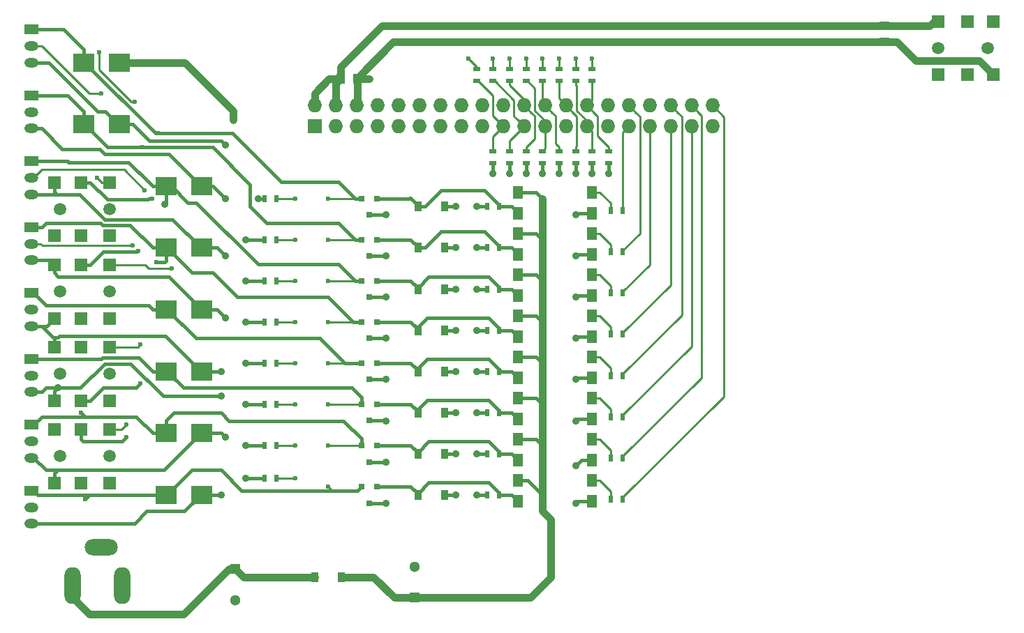
<source format=gbl>
G04 #@! TF.GenerationSoftware,KiCad,Pcbnew,(2017-06-12 revision 19d5cc754)-master*
G04 #@! TF.CreationDate,2017-12-09T12:00:16+01:00*
G04 #@! TF.ProjectId,RPi_Hat,5250695F4861742E6B696361645F7063,rev?*
G04 #@! TF.FileFunction,Copper,L2,Bot,Signal*
G04 #@! TF.FilePolarity,Positive*
%FSLAX46Y46*%
G04 Gerber Fmt 4.6, Leading zero omitted, Abs format (unit mm)*
G04 Created by KiCad (PCBNEW (2017-06-12 revision 19d5cc754)-master) date 2017 December 09, Saturday 12:00:16*
%MOMM*%
%LPD*%
G01*
G04 APERTURE LIST*
%ADD10C,0.100000*%
%ADD11R,1.250000X1.000000*%
%ADD12R,0.900000X0.500000*%
%ADD13R,1.000000X1.250000*%
%ADD14R,1.500000X1.500000*%
%ADD15C,1.500000*%
%ADD16O,1.700000X1.200000*%
%ADD17R,1.700000X1.200000*%
%ADD18R,1.300000X1.500000*%
%ADD19O,4.000000X2.000000*%
%ADD20O,2.000000X4.500000*%
%ADD21R,1.727200X1.727200*%
%ADD22O,1.727200X1.727200*%
%ADD23R,1.300000X1.300000*%
%ADD24C,1.300000*%
%ADD25R,0.910000X1.220000*%
%ADD26R,2.499360X2.301240*%
%ADD27R,0.800100X0.800100*%
%ADD28R,0.500000X0.900000*%
%ADD29C,0.900000*%
%ADD30C,0.600000*%
%ADD31C,0.900000*%
%ADD32C,0.400000*%
%ADD33C,0.250000*%
G04 APERTURE END LIST*
D10*
D11*
X77500000Y5000000D03*
X77500000Y7000000D03*
D12*
X38000000Y-9750000D03*
X38000000Y-8250000D03*
X40000000Y-8250000D03*
X40000000Y-9750000D03*
X44000000Y-9750000D03*
X44000000Y-8250000D03*
X32000000Y1750000D03*
X32000000Y250000D03*
X36000000Y1750000D03*
X36000000Y250000D03*
X38000000Y1750000D03*
X38000000Y250000D03*
X42000000Y250000D03*
X42000000Y1750000D03*
X28000000Y250000D03*
X28000000Y1750000D03*
X30000000Y1750000D03*
X30000000Y250000D03*
X34000000Y250000D03*
X34000000Y1750000D03*
X40000000Y1750000D03*
X40000000Y250000D03*
X42000000Y-8250000D03*
X42000000Y-9750000D03*
X36000000Y-9750000D03*
X36000000Y-8250000D03*
X32000000Y-8250000D03*
X32000000Y-9750000D03*
X30000000Y-9750000D03*
X30000000Y-8250000D03*
X34000000Y-8250000D03*
X34000000Y-9750000D03*
D13*
X11500000Y500000D03*
X13500000Y500000D03*
D14*
X90700000Y7500000D03*
X87500000Y7500000D03*
X84000000Y7500000D03*
X90700000Y1000000D03*
X87500000Y1000000D03*
X84000000Y1000000D03*
D15*
X90000000Y4250000D03*
X84000000Y4250000D03*
D16*
X-26000000Y-53500000D03*
X-26000000Y-51500000D03*
D17*
X-26000000Y-49500000D03*
X-26000000Y-41500000D03*
D16*
X-26000000Y-43500000D03*
X-26000000Y-45500000D03*
X-26000000Y-37500000D03*
X-26000000Y-35500000D03*
D17*
X-26000000Y-33500000D03*
X-26000000Y-25500000D03*
D16*
X-26000000Y-27500000D03*
X-26000000Y-29500000D03*
X-26000000Y-21500000D03*
X-26000000Y-19500000D03*
D17*
X-26000000Y-17500000D03*
X-26000000Y-9500000D03*
D16*
X-26000000Y-11500000D03*
X-26000000Y-13500000D03*
X-26000000Y-5500000D03*
X-26000000Y-3500000D03*
D17*
X-26000000Y-1500000D03*
X-26000000Y6500000D03*
D16*
X-26000000Y4500000D03*
X-26000000Y2500000D03*
D18*
X33000000Y-50770000D03*
X33000000Y-48230000D03*
X42000000Y-48230000D03*
X42000000Y-50770000D03*
X42000000Y-45770000D03*
X42000000Y-43230000D03*
X33000000Y-43230000D03*
X33000000Y-45770000D03*
X33000000Y-40770000D03*
X33000000Y-38230000D03*
X42000000Y-38230000D03*
X42000000Y-40770000D03*
X42000000Y-35770000D03*
X42000000Y-33230000D03*
X33000000Y-33230000D03*
X33000000Y-35770000D03*
X33000000Y-30770000D03*
X33000000Y-28230000D03*
X42000000Y-28230000D03*
X42000000Y-30770000D03*
X42000000Y-25770000D03*
X42000000Y-23230000D03*
X33000000Y-23230000D03*
X33000000Y-25770000D03*
X33000000Y-20770000D03*
X33000000Y-18230000D03*
X42000000Y-18230000D03*
X42000000Y-20770000D03*
X42000000Y-15770000D03*
X42000000Y-13230000D03*
X33000000Y-13230000D03*
X33000000Y-15770000D03*
D15*
X-16500000Y-45311510D03*
X-22500000Y-45311510D03*
X-22500000Y-35311510D03*
X-16500000Y-35311510D03*
X-16500000Y-45311510D03*
X-22500000Y-45311510D03*
D14*
X-16500000Y-42061510D03*
X-20000000Y-42061510D03*
X-23200000Y-42061510D03*
X-16500000Y-48561510D03*
X-20000000Y-48561510D03*
X-23200000Y-48561510D03*
D15*
X-22500000Y-25311510D03*
X-16500000Y-25311510D03*
X-16500000Y-15311510D03*
X-22500000Y-15311510D03*
D14*
X-23200000Y-18561510D03*
X-20000000Y-18561510D03*
X-16500000Y-18561510D03*
X-23200000Y-12061510D03*
X-20000000Y-12061510D03*
X-16500000Y-12061510D03*
D15*
X-22500000Y-15311510D03*
X-16500000Y-15311510D03*
X-16500000Y-25311510D03*
X-22500000Y-25311510D03*
D14*
X-16500000Y-22061510D03*
X-20000000Y-22061510D03*
X-23200000Y-22061510D03*
X-16500000Y-28561510D03*
X-20000000Y-28561510D03*
X-23200000Y-28561510D03*
X-23200000Y-38561510D03*
X-20000000Y-38561510D03*
X-16500000Y-38561510D03*
X-23200000Y-32061510D03*
X-20000000Y-32061510D03*
X-16500000Y-32061510D03*
D15*
X-22500000Y-35311510D03*
X-16500000Y-35311510D03*
D19*
X-17500000Y-56350000D03*
D20*
X-15000000Y-61000000D03*
X-21000000Y-61000000D03*
D21*
X8370000Y-5270000D03*
D22*
X8370000Y-2730000D03*
X10910000Y-5270000D03*
X10910000Y-2730000D03*
X13450000Y-5270000D03*
X13450000Y-2730000D03*
X15990000Y-5270000D03*
X15990000Y-2730000D03*
X18530000Y-5270000D03*
X18530000Y-2730000D03*
X21070000Y-5270000D03*
X21070000Y-2730000D03*
X23610000Y-5270000D03*
X23610000Y-2730000D03*
X26150000Y-5270000D03*
X26150000Y-2730000D03*
X28690000Y-5270000D03*
X28690000Y-2730000D03*
X31230000Y-5270000D03*
X31230000Y-2730000D03*
X33770000Y-5270000D03*
X33770000Y-2730000D03*
X36310000Y-5270000D03*
X36310000Y-2730000D03*
X38850000Y-5270000D03*
X38850000Y-2730000D03*
X41390000Y-5270000D03*
X41390000Y-2730000D03*
X43930000Y-5270000D03*
X43930000Y-2730000D03*
X46470000Y-5270000D03*
X46470000Y-2730000D03*
X49010000Y-5270000D03*
X49010000Y-2730000D03*
X51550000Y-5270000D03*
X51550000Y-2730000D03*
X54090000Y-5270000D03*
X54090000Y-2730000D03*
X56630000Y-5270000D03*
X56630000Y-2730000D03*
D23*
X20500000Y-62500000D03*
D24*
X20500000Y-58700000D03*
X-1250000Y-62800000D03*
D23*
X-1250000Y-59000000D03*
D25*
X24135000Y-50000000D03*
X20865000Y-50000000D03*
X24135000Y-45000000D03*
X20865000Y-45000000D03*
X20865000Y-40000000D03*
X24135000Y-40000000D03*
X24135000Y-35000000D03*
X20865000Y-35000000D03*
X24135000Y-30000000D03*
X20865000Y-30000000D03*
X20865000Y-25000000D03*
X24135000Y-25000000D03*
X20865000Y-20000000D03*
X24135000Y-20000000D03*
X20865000Y-15000000D03*
X24135000Y-15000000D03*
D26*
X-5351160Y-50000000D03*
X-9648840Y-50000000D03*
X-5351160Y-42500000D03*
X-9648840Y-42500000D03*
X-9648840Y-35000000D03*
X-5351160Y-35000000D03*
X-9648840Y-27500000D03*
X-5351160Y-27500000D03*
X-5351160Y-20000000D03*
X-9648840Y-20000000D03*
X-5351160Y-12500000D03*
X-9648840Y-12500000D03*
X-19648840Y-5000000D03*
X-15351160Y-5000000D03*
X-19648840Y2500000D03*
X-15351160Y2500000D03*
D25*
X11635000Y-60000000D03*
X8365000Y-60000000D03*
D27*
X15000000Y-50998220D03*
X15950000Y-48999240D03*
X14050000Y-48999240D03*
X14050000Y-43999240D03*
X15950000Y-43999240D03*
X15000000Y-45998220D03*
X14050000Y-38999240D03*
X15950000Y-38999240D03*
X15000000Y-40998220D03*
X14050000Y-33999240D03*
X15950000Y-33999240D03*
X15000000Y-35998220D03*
X15000000Y-30998220D03*
X15950000Y-28999240D03*
X14050000Y-28999240D03*
X15000000Y-25998220D03*
X15950000Y-23999240D03*
X14050000Y-23999240D03*
X14050000Y-18999240D03*
X15950000Y-18999240D03*
X15000000Y-20998220D03*
X15000000Y-15998220D03*
X15950000Y-13999240D03*
X14050000Y-13999240D03*
D28*
X44250000Y-50500000D03*
X45750000Y-50500000D03*
X44250000Y-45500000D03*
X45750000Y-45500000D03*
X44250000Y-40500000D03*
X45750000Y-40500000D03*
X44250000Y-35500000D03*
X45750000Y-35500000D03*
X44250000Y-30500000D03*
X45750000Y-30500000D03*
X44250000Y-25500000D03*
X45750000Y-25500000D03*
X44250000Y-20500000D03*
X45750000Y-20500000D03*
X44250000Y-15500000D03*
X45750000Y-15500000D03*
X30750000Y-50000000D03*
X29250000Y-50000000D03*
X30750000Y-45000000D03*
X29250000Y-45000000D03*
X30750000Y-40000000D03*
X29250000Y-40000000D03*
X30750000Y-35000000D03*
X29250000Y-35000000D03*
X30750000Y-30000000D03*
X29250000Y-30000000D03*
X30750000Y-25000000D03*
X29250000Y-25000000D03*
X30750000Y-20000000D03*
X29250000Y-20000000D03*
X30750000Y-15000000D03*
X29250000Y-15000000D03*
X3750000Y-48000000D03*
X2250000Y-48000000D03*
X2250000Y-44000000D03*
X3750000Y-44000000D03*
X2250000Y-39000000D03*
X3750000Y-39000000D03*
X3750000Y-34000000D03*
X2250000Y-34000000D03*
X3750000Y-29000000D03*
X2250000Y-29000000D03*
X3750000Y-24000000D03*
X2250000Y-24000000D03*
X2250000Y-19000000D03*
X3750000Y-19000000D03*
X2250000Y-14000000D03*
X3750000Y-14000000D03*
D29*
X44000000Y-11000000D03*
X42000000Y-11000000D03*
X40000000Y-11000000D03*
X38000000Y-11000000D03*
X36000000Y-11000000D03*
X34000000Y-11000000D03*
X32000000Y-11000000D03*
X30000000Y-11000000D03*
X15000000Y500000D03*
X40000000Y-51000000D03*
X40000000Y-46500000D03*
X40000000Y-41000000D03*
X40000000Y-36000000D03*
X40000000Y-31000000D03*
X40000000Y-26000000D03*
X40000000Y-21000000D03*
X40000000Y-16000000D03*
X28000000Y-50000000D03*
X28000000Y-45000000D03*
X28000000Y-40000000D03*
X28000000Y-35000000D03*
X28000000Y-30000000D03*
X28000000Y-25000000D03*
X28000000Y-20000000D03*
X28000000Y-15000000D03*
X25500000Y-50000000D03*
X25500000Y-45000000D03*
X25500000Y-40000000D03*
X25500000Y-35000000D03*
X25500000Y-30000000D03*
X25500000Y-25000000D03*
X25500000Y-20000000D03*
X25500000Y-15000000D03*
X17000000Y-16000000D03*
X17000000Y-21000000D03*
X17000000Y-26000000D03*
X17000000Y-31000000D03*
X17000000Y-51000000D03*
X17000000Y-45999996D03*
X17000000Y-41000016D03*
X17000000Y-36000000D03*
X-22750000Y-37000000D03*
X0Y-48000000D03*
X0Y-44000000D03*
X0Y-39000000D03*
X0Y-34000000D03*
X0Y-29000000D03*
X0Y-19000000D03*
X0Y-24000000D03*
X1500000Y-14000000D03*
X-1500000Y-4500000D03*
X-2500000Y-7500000D03*
X-2500000Y-14000000D03*
X-2500000Y-21000000D03*
X-2500000Y-28500000D03*
X-3000000Y-35000000D03*
X-3000000Y-38000000D03*
X-2500000Y-43000000D03*
X-3000000Y-50000000D03*
D30*
X-19500000Y-50500000D03*
X10000000Y-49000000D03*
X-20000000Y-40000000D03*
X10000000Y-44000000D03*
X10000000Y-39000000D03*
X10000000Y-34000000D03*
X-10857683Y-21728769D03*
X-14500000Y-43000000D03*
X10000000Y-29000000D03*
D29*
X-9825010Y-14725961D03*
D30*
X-12824990Y-36500000D03*
X10000000Y-24000000D03*
X-13076368Y-20371758D03*
X-12500000Y-7800011D03*
X10000000Y-19000000D03*
X6000000Y-48000000D03*
X6000000Y-44000000D03*
X6000000Y-39000000D03*
X6000000Y-34000000D03*
X6000000Y-29000000D03*
X6000000Y-24000000D03*
X6000000Y-19000000D03*
X6000000Y-14000000D03*
X27000000Y3000000D03*
X30000000Y3000000D03*
X32000000Y3000000D03*
X34000000Y3000000D03*
X36000000Y3000000D03*
X-13699968Y-19745661D03*
X-14500000Y-41500000D03*
X38000000Y3000000D03*
X-12250000Y-13000000D03*
X-12750000Y-31750000D03*
X40000000Y3000000D03*
X-17785605Y3750000D03*
X-13500000Y-2250000D03*
X-9000000Y-22500000D03*
X-10602305Y-6102305D03*
X-11324990Y-14000000D03*
X10000000Y-14000000D03*
X42000000Y3000000D03*
X-17500000Y-1250000D03*
X-18000000Y-11500000D03*
D31*
X36000000Y-52000000D02*
X36000000Y-14000000D01*
X37000000Y-60000000D02*
X37000000Y-53000000D01*
X37000000Y-53000000D02*
X36000000Y-52000000D01*
X20500000Y-62500000D02*
X34500000Y-62500000D01*
X34500000Y-62500000D02*
X37000000Y-60000000D01*
X15500000Y-60000000D02*
X18000000Y-62500000D01*
X18000000Y-62500000D02*
X20500000Y-62500000D01*
X11635000Y-60000000D02*
X15500000Y-60000000D01*
D32*
X36000000Y-44000000D02*
X36000000Y-50000000D01*
X36000000Y-50000000D02*
X36000000Y-52000000D01*
X33000000Y-48230000D02*
X34230000Y-48230000D01*
X34230000Y-48230000D02*
X36000000Y-50000000D01*
X36000000Y-39000000D02*
X36000000Y-44000000D01*
X35230000Y-43230000D02*
X36000000Y-44000000D01*
X33000000Y-43230000D02*
X35230000Y-43230000D01*
X36000000Y-34000000D02*
X36000000Y-39000000D01*
X33000000Y-38230000D02*
X35230000Y-38230000D01*
X35230000Y-38230000D02*
X36000000Y-39000000D01*
X36000000Y-29000000D02*
X36000000Y-34000000D01*
X33000000Y-33230000D02*
X35230000Y-33230000D01*
X35230000Y-33230000D02*
X36000000Y-34000000D01*
X36000000Y-24000000D02*
X36000000Y-29000000D01*
X35230000Y-28230000D02*
X36000000Y-29000000D01*
X33000000Y-28230000D02*
X35230000Y-28230000D01*
X36000000Y-19000000D02*
X36000000Y-24000000D01*
X35230000Y-23230000D02*
X36000000Y-24000000D01*
X33000000Y-23230000D02*
X35230000Y-23230000D01*
X36000000Y-14000000D02*
X36000000Y-19000000D01*
X35230000Y-18230000D02*
X36000000Y-19000000D01*
X33000000Y-18230000D02*
X35230000Y-18230000D01*
X35230000Y-13230000D02*
X36000000Y-14000000D01*
X33000000Y-13230000D02*
X35230000Y-13230000D01*
D31*
X77500000Y5000000D02*
X79025000Y5000000D01*
X79025000Y5000000D02*
X81275001Y2749999D01*
X81275001Y2749999D02*
X88950001Y2749999D01*
X74000000Y5000000D02*
X77500000Y5000000D01*
X90700000Y1000000D02*
X88950001Y2749999D01*
X13500000Y625000D02*
X13500000Y500000D01*
X74000000Y5000000D02*
X17875000Y5000000D01*
X17875000Y5000000D02*
X13500000Y625000D01*
D32*
X44000000Y-9750000D02*
X44000000Y-11000000D01*
X42000000Y-9750000D02*
X42000000Y-11000000D01*
X40000000Y-9750000D02*
X40000000Y-11000000D01*
X38000000Y-9750000D02*
X38000000Y-11000000D01*
X36000000Y-9750000D02*
X36000000Y-11000000D01*
X34000000Y-9750000D02*
X34000000Y-11000000D01*
X32000000Y-9750000D02*
X32000000Y-11000000D01*
X30000000Y-9750000D02*
X30000000Y-11000000D01*
D31*
X13500000Y500000D02*
X15000000Y500000D01*
D32*
X42000000Y-50770000D02*
X40230000Y-50770000D01*
X40230000Y-50770000D02*
X40000000Y-51000000D01*
X42000000Y-45770000D02*
X40730000Y-45770000D01*
X40730000Y-45770000D02*
X40000000Y-46500000D01*
X42000000Y-40770000D02*
X40230000Y-40770000D01*
X40230000Y-40770000D02*
X40000000Y-41000000D01*
X42000000Y-35770000D02*
X40230000Y-35770000D01*
X40230000Y-35770000D02*
X40000000Y-36000000D01*
X42000000Y-30770000D02*
X40230000Y-30770000D01*
X40230000Y-30770000D02*
X40000000Y-31000000D01*
X42000000Y-25770000D02*
X40230000Y-25770000D01*
X40230000Y-25770000D02*
X40000000Y-26000000D01*
X42000000Y-20770000D02*
X40230000Y-20770000D01*
X40230000Y-20770000D02*
X40000000Y-21000000D01*
X42000000Y-15770000D02*
X40230000Y-15770000D01*
X40230000Y-15770000D02*
X40000000Y-16000000D01*
X29250000Y-50000000D02*
X28000000Y-50000000D01*
X29250000Y-45000000D02*
X28000000Y-45000000D01*
X29250000Y-40000000D02*
X28000000Y-40000000D01*
X29250000Y-35000000D02*
X28000000Y-35000000D01*
X29250000Y-30000000D02*
X28000000Y-30000000D01*
X29250000Y-25000000D02*
X28000000Y-25000000D01*
X29250000Y-20000000D02*
X28000000Y-20000000D01*
X29250000Y-15000000D02*
X28000000Y-15000000D01*
X24135000Y-50000000D02*
X25500000Y-50000000D01*
X24135000Y-45000000D02*
X25500000Y-45000000D01*
X24135000Y-40000000D02*
X25500000Y-40000000D01*
X24135000Y-35000000D02*
X25500000Y-35000000D01*
X24135000Y-30000000D02*
X25500000Y-30000000D01*
X24135000Y-25000000D02*
X25500000Y-25000000D01*
X24135000Y-20000000D02*
X25500000Y-20000000D01*
X24135000Y-15000000D02*
X25500000Y-15000000D01*
X15000000Y-15998220D02*
X16998220Y-15998220D01*
X16998220Y-15998220D02*
X17000000Y-16000000D01*
X15000000Y-20998220D02*
X16998220Y-20998220D01*
X16998220Y-20998220D02*
X17000000Y-21000000D01*
X15000000Y-25998220D02*
X16998220Y-25998220D01*
X16998220Y-25998220D02*
X17000000Y-26000000D01*
X15000000Y-30998220D02*
X16998220Y-30998220D01*
X16998220Y-30998220D02*
X17000000Y-31000000D01*
X16998220Y-50998220D02*
X17000000Y-51000000D01*
X15000000Y-50998220D02*
X16998220Y-50998220D01*
X16998224Y-45998220D02*
X17000000Y-45999996D01*
X15000000Y-45998220D02*
X16998224Y-45998220D01*
X16998204Y-40998220D02*
X17000000Y-41000016D01*
X15000000Y-40998220D02*
X16998204Y-40998220D01*
X15000000Y-35998220D02*
X16998220Y-35998220D01*
X16998220Y-35998220D02*
X17000000Y-36000000D01*
D31*
X13500000Y500000D02*
X13500000Y-2680000D01*
X13500000Y-2680000D02*
X13450000Y-2730000D01*
D32*
X-23200000Y-22061510D02*
X-23200000Y-23050000D01*
X-23200000Y-23050000D02*
X-22750000Y-23500000D01*
X-22750000Y-23500000D02*
X-9351160Y-23500000D01*
X-9351160Y-23500000D02*
X-5351160Y-27500000D01*
X-22750000Y-30911509D02*
X-22588491Y-30750000D01*
X-22588491Y-30750000D02*
X-9700220Y-30750000D01*
X-9700220Y-30750000D02*
X-5450220Y-35000000D01*
X-5450220Y-35000000D02*
X-5351160Y-35000000D01*
X-26000000Y-13500000D02*
X-21750000Y-13500000D01*
X-21750000Y-13500000D02*
X-20161512Y-13500000D01*
X-23200000Y-12061510D02*
X-23200000Y-13211510D01*
X-23200000Y-13211510D02*
X-22911510Y-13500000D01*
X-22911510Y-13500000D02*
X-21750000Y-13500000D01*
X-24250000Y-47000000D02*
X-22500000Y-47000000D01*
X-22500000Y-47000000D02*
X-9950220Y-47000000D01*
X-23200000Y-48561510D02*
X-23200000Y-47411510D01*
X-23200000Y-47411510D02*
X-22788490Y-47000000D01*
X-22788490Y-47000000D02*
X-22500000Y-47000000D01*
X-24250000Y-37000000D02*
X-22250000Y-37000000D01*
X-22250000Y-37000000D02*
X-20038492Y-37000000D01*
X-23200000Y-38561510D02*
X-23200000Y-37411510D01*
X-23200000Y-37411510D02*
X-22788490Y-37000000D01*
X-22788490Y-37000000D02*
X-22250000Y-37000000D01*
X-23338491Y-30911509D02*
X-22750000Y-30911509D01*
X-23200000Y-32061510D02*
X-23199999Y-30911509D01*
X-23199999Y-30911509D02*
X-22750000Y-30911509D01*
X-26000000Y-29500000D02*
X-24138490Y-29500000D01*
X-24138490Y-29500000D02*
X-23200000Y-28561510D01*
X-15450220Y-5000000D02*
X-15351160Y-5000000D01*
X-17000840Y-3449380D02*
X-15450220Y-5000000D01*
X-17934519Y-3449380D02*
X-17000840Y-3449380D01*
X-23883899Y2500000D02*
X-17934519Y-3449380D01*
X-26000000Y2500000D02*
X-23883899Y2500000D01*
X-5450220Y-20000000D02*
X-5351160Y-20000000D01*
X-8888709Y-16561511D02*
X-5450220Y-20000000D01*
X-17100001Y-16561511D02*
X-8888709Y-16561511D01*
X-20161512Y-13500000D02*
X-17100001Y-16561511D01*
X-10000000Y-38000000D02*
X-3636396Y-38000000D01*
X-13938491Y-34061509D02*
X-10000000Y-38000000D01*
X-3636396Y-38000000D02*
X-3000000Y-38000000D01*
X-17100001Y-34061509D02*
X-13938491Y-34061509D01*
X-20038492Y-37000000D02*
X-17100001Y-34061509D01*
X-24750000Y-37500000D02*
X-24250000Y-37000000D01*
X-26000000Y-37500000D02*
X-24750000Y-37500000D01*
X2250000Y-48000000D02*
X0Y-48000000D01*
X2250000Y-44000000D02*
X0Y-44000000D01*
X2250000Y-39000000D02*
X0Y-39000000D01*
X2250000Y-34000000D02*
X0Y-34000000D01*
X2250000Y-29000000D02*
X0Y-29000000D01*
X2250000Y-19000000D02*
X0Y-19000000D01*
X2250000Y-24000000D02*
X0Y-24000000D01*
X2250000Y-14000000D02*
X1500000Y-14000000D01*
D31*
X-1500000Y-3863604D02*
X-1500000Y-4500000D01*
X-1500000Y-3363604D02*
X-1500000Y-3863604D01*
X-7363604Y2500000D02*
X-1500000Y-3363604D01*
X-15351160Y2500000D02*
X-7363604Y2500000D01*
D32*
X-3250000Y-7000000D02*
X-3000000Y-7000000D01*
X-3000000Y-7000000D02*
X-2500000Y-7500000D01*
X-5351160Y-12500000D02*
X-4000000Y-12500000D01*
X-4000000Y-12500000D02*
X-2500000Y-14000000D01*
X-5351160Y-20000000D02*
X-3500000Y-20000000D01*
X-3500000Y-20000000D02*
X-2500000Y-21000000D01*
X-5351160Y-27500000D02*
X-3500000Y-27500000D01*
X-3500000Y-27500000D02*
X-2500000Y-28500000D01*
X-5351160Y-35000000D02*
X-3000000Y-35000000D01*
X-5351160Y-42500000D02*
X-3000000Y-42500000D01*
X-3000000Y-42500000D02*
X-2500000Y-43000000D01*
X-5351160Y-50000000D02*
X-3000000Y-50000000D01*
D31*
X-21000000Y-61000000D02*
X-21000000Y-62500000D01*
X-21000000Y-62500000D02*
X-19000000Y-64500000D01*
X-19000000Y-64500000D02*
X-7500000Y-64500000D01*
X-7500000Y-64500000D02*
X-2000000Y-59000000D01*
X-2000000Y-59000000D02*
X-1250000Y-59000000D01*
X8365000Y-60000000D02*
X-250000Y-60000000D01*
X-250000Y-60000000D02*
X-1250000Y-59000000D01*
D32*
X-5351160Y-12500000D02*
X-5252100Y-12500000D01*
X-11701480Y-7000000D02*
X-3250000Y-7000000D01*
X-17681166Y-8000000D02*
X-17081144Y-8600022D01*
X-24750000Y-5500000D02*
X-22250000Y-8000000D01*
X-22250000Y-8000000D02*
X-17681166Y-8000000D01*
X-9350198Y-8600022D02*
X-5450220Y-12500000D01*
X-5450220Y-12500000D02*
X-5351160Y-12500000D01*
X-26000000Y-5500000D02*
X-24750000Y-5500000D01*
X-17081144Y-8600022D02*
X-9350198Y-8600022D01*
X-15351160Y-5000000D02*
X-13701480Y-5000000D01*
X-13701480Y-5000000D02*
X-11701480Y-7000000D01*
X-26000000Y-21500000D02*
X-23761510Y-21500000D01*
X-23761510Y-21500000D02*
X-23200000Y-22061510D01*
X-26000000Y-29500000D02*
X-24750000Y-29500000D01*
X-24750000Y-29500000D02*
X-23338491Y-30911509D01*
X-9950220Y-47000000D02*
X-5450220Y-42500000D01*
X-5450220Y-42500000D02*
X-5351160Y-42500000D01*
X-26000000Y-45500000D02*
X-25750000Y-45500000D01*
X-25750000Y-45500000D02*
X-24250000Y-47000000D01*
X-12000000Y-52000000D02*
X-7450220Y-52000000D01*
X-7450220Y-52000000D02*
X-5450220Y-50000000D01*
X-5450220Y-50000000D02*
X-5351160Y-50000000D01*
X-13500000Y-53500000D02*
X-12000000Y-52000000D01*
X-26000000Y-53500000D02*
X-13500000Y-53500000D01*
D31*
X-15351160Y2648840D02*
X-15351160Y2500000D01*
D32*
X22210000Y-48500000D02*
X29450000Y-48500000D01*
X29450000Y-48500000D02*
X30750000Y-49800000D01*
X30750000Y-49800000D02*
X30750000Y-50000000D01*
X20865000Y-49845000D02*
X22210000Y-48500000D01*
X30750000Y-50000000D02*
X32230000Y-50000000D01*
X32230000Y-50000000D02*
X33000000Y-50770000D01*
X15950000Y-48999240D02*
X19864240Y-48999240D01*
X19864240Y-48999240D02*
X19873480Y-48990000D01*
X19873480Y-48990000D02*
X20010000Y-48990000D01*
X20010000Y-48990000D02*
X20865000Y-49845000D01*
X20865000Y-49845000D02*
X20865000Y-50000000D01*
X22210000Y-43500000D02*
X29450000Y-43500000D01*
X29450000Y-43500000D02*
X30750000Y-44800000D01*
X30750000Y-44800000D02*
X30750000Y-45000000D01*
X20865000Y-44845000D02*
X22210000Y-43500000D01*
X30750000Y-45000000D02*
X32230000Y-45000000D01*
X32230000Y-45000000D02*
X33000000Y-45770000D01*
X15950000Y-43999240D02*
X19864240Y-43999240D01*
X19864240Y-43999240D02*
X19873480Y-43990000D01*
X19873480Y-43990000D02*
X20010000Y-43990000D01*
X20010000Y-43990000D02*
X20865000Y-44845000D01*
X20865000Y-44845000D02*
X20865000Y-45000000D01*
X22000000Y-38500000D02*
X29450000Y-38500000D01*
X29450000Y-38500000D02*
X30750000Y-39800000D01*
X30750000Y-39800000D02*
X30750000Y-40000000D01*
X20865000Y-39635000D02*
X22000000Y-38500000D01*
X20865000Y-40000000D02*
X20865000Y-39635000D01*
X30750000Y-40000000D02*
X32230000Y-40000000D01*
X32230000Y-40000000D02*
X33000000Y-40770000D01*
X15950000Y-38999240D02*
X19864240Y-38999240D01*
X19864240Y-38999240D02*
X19873480Y-38990000D01*
X19873480Y-38990000D02*
X20010000Y-38990000D01*
X20010000Y-38990000D02*
X20865000Y-39845000D01*
X20865000Y-39845000D02*
X20865000Y-40000000D01*
X30750000Y-35000000D02*
X31000000Y-35000000D01*
X31000000Y-35000000D02*
X32230000Y-35000000D01*
X22000000Y-33500000D02*
X29450000Y-33500000D01*
X29450000Y-33500000D02*
X30950000Y-35000000D01*
X30950000Y-35000000D02*
X31000000Y-35000000D01*
X20865000Y-34635000D02*
X22000000Y-33500000D01*
X20865000Y-35000000D02*
X20865000Y-34635000D01*
X32230000Y-35000000D02*
X33000000Y-35770000D01*
X15950000Y-33999240D02*
X19864240Y-33999240D01*
X19864240Y-33999240D02*
X19873480Y-33990000D01*
X19873480Y-33990000D02*
X20010000Y-33990000D01*
X20010000Y-33990000D02*
X20865000Y-34845000D01*
X20865000Y-34845000D02*
X20865000Y-35000000D01*
X29500000Y-28500000D02*
X29500000Y-28550000D01*
X29500000Y-28550000D02*
X30750000Y-29800000D01*
X30750000Y-29800000D02*
X30750000Y-30000000D01*
X22000000Y-28500000D02*
X29500000Y-28500000D01*
X20865000Y-29635000D02*
X22000000Y-28500000D01*
X20865000Y-30000000D02*
X20865000Y-29635000D01*
X30750000Y-30000000D02*
X32230000Y-30000000D01*
X32230000Y-30000000D02*
X33000000Y-30770000D01*
X15950000Y-28999240D02*
X19864240Y-28999240D01*
X19864240Y-28999240D02*
X19873480Y-28990000D01*
X19873480Y-28990000D02*
X20010000Y-28990000D01*
X20010000Y-28990000D02*
X20865000Y-29845000D01*
X20865000Y-29845000D02*
X20865000Y-30000000D01*
X22210000Y-23500000D02*
X29450000Y-23500000D01*
X29450000Y-23500000D02*
X30750000Y-24800000D01*
X30750000Y-24800000D02*
X30750000Y-25000000D01*
X20865000Y-24845000D02*
X22210000Y-23500000D01*
X30750000Y-25000000D02*
X32230000Y-25000000D01*
X32230000Y-25000000D02*
X33000000Y-25770000D01*
X15950000Y-23999240D02*
X19864240Y-23999240D01*
X19864240Y-23999240D02*
X19873480Y-23990000D01*
X19873480Y-23990000D02*
X20010000Y-23990000D01*
X20010000Y-23990000D02*
X20865000Y-24845000D01*
X20865000Y-24845000D02*
X20865000Y-25000000D01*
X30750000Y-20000000D02*
X32230000Y-20000000D01*
X32230000Y-20000000D02*
X33000000Y-20770000D01*
X15950000Y-18999240D02*
X19864240Y-18999240D01*
X19864240Y-18999240D02*
X19873480Y-18990000D01*
X19873480Y-18990000D02*
X20010000Y-18990000D01*
X20010000Y-18990000D02*
X20865000Y-19845000D01*
X20865000Y-19845000D02*
X20865000Y-20000000D01*
X23720000Y-18000000D02*
X28950000Y-18000000D01*
X28950000Y-18000000D02*
X30750000Y-19800000D01*
X30750000Y-19800000D02*
X30750000Y-20000000D01*
X20865000Y-20000000D02*
X21720000Y-20000000D01*
X21720000Y-20000000D02*
X23720000Y-18000000D01*
X30750000Y-15000000D02*
X32230000Y-15000000D01*
X32230000Y-15000000D02*
X33000000Y-15770000D01*
X23720000Y-13000000D02*
X28950000Y-13000000D01*
X28950000Y-13000000D02*
X30750000Y-14800000D01*
X30750000Y-14800000D02*
X30750000Y-15000000D01*
X20865000Y-15000000D02*
X21720000Y-15000000D01*
X21720000Y-15000000D02*
X23720000Y-13000000D01*
X15950000Y-13999240D02*
X19864240Y-13999240D01*
X19864240Y-13999240D02*
X19873480Y-13990000D01*
X19873480Y-13990000D02*
X20010000Y-13990000D01*
X20010000Y-13990000D02*
X20865000Y-14845000D01*
X20865000Y-14845000D02*
X20865000Y-15000000D01*
X-25250000Y-50000000D02*
X-18000000Y-50000000D01*
X-18000000Y-50000000D02*
X-11298520Y-50000000D01*
X-19500000Y-50500000D02*
X-19000000Y-50000000D01*
X-19000000Y-50000000D02*
X-18000000Y-50000000D01*
X-500000Y-49500000D02*
X10500000Y-49500000D01*
X10500000Y-49500000D02*
X13549240Y-49500000D01*
D33*
X10000000Y-49000000D02*
X10500000Y-49500000D01*
D32*
X-9648840Y-50000000D02*
X-9549780Y-50000000D01*
X-9549780Y-50000000D02*
X-6549780Y-47000000D01*
X-6549780Y-47000000D02*
X-3000000Y-47000000D01*
X-3000000Y-47000000D02*
X-500000Y-49500000D01*
X13549240Y-49500000D02*
X14050000Y-48999240D01*
X-26000000Y-49500000D02*
X-25750000Y-49500000D01*
X-25750000Y-49500000D02*
X-25250000Y-50000000D01*
X-11298520Y-50000000D02*
X-9648840Y-50000000D01*
X-24750000Y-40500000D02*
X-19500000Y-40500000D01*
X-19500000Y-40500000D02*
X-13298520Y-40500000D01*
X-20000000Y-40000000D02*
X-19500000Y-40500000D01*
D33*
X10000000Y-44000000D02*
X14049240Y-44000000D01*
X14049240Y-44000000D02*
X14050000Y-43999240D01*
D32*
X14050000Y-43999240D02*
X14050000Y-43199190D01*
X14050000Y-43199190D02*
X11850810Y-41000000D01*
X11850810Y-41000000D02*
X-2000000Y-41000000D01*
X-2000000Y-41000000D02*
X-3000000Y-40000000D01*
X-3000000Y-40000000D02*
X-8699460Y-40000000D01*
X-8699460Y-40000000D02*
X-9648840Y-40949380D01*
X-9648840Y-40949380D02*
X-9648840Y-42500000D01*
X-26000000Y-41500000D02*
X-25750000Y-41500000D01*
X-25750000Y-41500000D02*
X-24750000Y-40500000D01*
X-13298520Y-40500000D02*
X-11298520Y-42500000D01*
X-11298520Y-42500000D02*
X-9648840Y-42500000D01*
X-11298520Y-35000000D02*
X-9648840Y-35000000D01*
X-12937022Y-33361498D02*
X-11298520Y-35000000D01*
X-17389955Y-33361498D02*
X-12937022Y-33361498D01*
X-17528457Y-33500000D02*
X-17389955Y-33361498D01*
X-26000000Y-33500000D02*
X-17528457Y-33500000D01*
D33*
X10000000Y-39000000D02*
X14049240Y-39000000D01*
X14049240Y-39000000D02*
X14050000Y-38999240D01*
D32*
X14050000Y-38999240D02*
X14050000Y-38199190D01*
X14050000Y-38199190D02*
X12850810Y-37000000D01*
X12850810Y-37000000D02*
X-7549780Y-37000000D01*
X-7549780Y-37000000D02*
X-9549780Y-35000000D01*
X-9549780Y-35000000D02*
X-9648840Y-35000000D01*
X14050000Y-33999240D02*
X12500000Y-33999240D01*
X12500000Y-33999240D02*
X11999240Y-33999240D01*
D33*
X10000000Y-34000000D02*
X12499240Y-34000000D01*
X12499240Y-34000000D02*
X12500000Y-33999240D01*
D32*
X11999240Y-33999240D02*
X9000000Y-31000000D01*
X9000000Y-31000000D02*
X-6049780Y-31000000D01*
X-6049780Y-31000000D02*
X-9549780Y-27500000D01*
X-9549780Y-27500000D02*
X-9648840Y-27500000D01*
X-11798520Y-27000000D02*
X-11298520Y-27500000D01*
X-11298520Y-27500000D02*
X-9648840Y-27500000D01*
X-24250000Y-27000000D02*
X-11798520Y-27000000D01*
X-26000000Y-25500000D02*
X-25750000Y-25500000D01*
X-25750000Y-25500000D02*
X-24250000Y-27000000D01*
X-9826989Y-21728769D02*
X-10433419Y-21728769D01*
X-9648840Y-21550620D02*
X-9826989Y-21728769D01*
X-10433419Y-21728769D02*
X-10857683Y-21728769D01*
X-9648840Y-20000000D02*
X-9648840Y-21550620D01*
X-11298520Y-20000000D02*
X-9648840Y-20000000D01*
X-14036998Y-17261522D02*
X-11298520Y-20000000D01*
X-17389955Y-17261522D02*
X-14036998Y-17261522D01*
X-17651477Y-17000000D02*
X-17389955Y-17261522D01*
X-24250000Y-17000000D02*
X-17651477Y-17000000D01*
X-24750000Y-17500000D02*
X-24250000Y-17000000D01*
X-26000000Y-17500000D02*
X-24750000Y-17500000D01*
X-19711510Y-43500000D02*
X-15000000Y-43500000D01*
X-15000000Y-43500000D02*
X-14500000Y-43000000D01*
X-20000000Y-42061510D02*
X-20000000Y-43211510D01*
X-20000000Y-43211510D02*
X-19711510Y-43500000D01*
D33*
X10000000Y-29000000D02*
X14049240Y-29000000D01*
X14049240Y-29000000D02*
X14050000Y-28999240D01*
D32*
X-4000000Y-23000000D02*
X-6549780Y-23000000D01*
X-6549780Y-23000000D02*
X-9549780Y-20000000D01*
X-9549780Y-20000000D02*
X-9648840Y-20000000D01*
X-1000000Y-26000000D02*
X-4000000Y-23000000D01*
X10000000Y-26000000D02*
X-1000000Y-26000000D01*
X12999240Y-28999240D02*
X10000000Y-26000000D01*
X14050000Y-28999240D02*
X12999240Y-28999240D01*
X-9648840Y-14549791D02*
X-9825010Y-14725961D01*
X-9648840Y-12500000D02*
X-9648840Y-14549791D01*
X-18850000Y-38561510D02*
X-17288490Y-37000000D01*
X-13324990Y-37000000D02*
X-13124989Y-36799999D01*
X-17288490Y-37000000D02*
X-13324990Y-37000000D01*
X-13124989Y-36799999D02*
X-12824990Y-36500000D01*
X-20000000Y-38561510D02*
X-18850000Y-38561510D01*
X-14198509Y-9600011D02*
X-11798520Y-12000000D01*
X-11798520Y-12000000D02*
X-11298520Y-12500000D01*
X14050000Y-23999240D02*
X13249950Y-23999240D01*
X-7000000Y-14500000D02*
X-9000000Y-12500000D01*
X13249950Y-23999240D02*
X11250710Y-22000000D01*
X11250710Y-22000000D02*
X1500000Y-22000000D01*
X1500000Y-22000000D02*
X-6000000Y-14500000D01*
X-6000000Y-14500000D02*
X-7000000Y-14500000D01*
X-9000000Y-12500000D02*
X-9648840Y-12500000D01*
D33*
X10000000Y-24000000D02*
X14049240Y-24000000D01*
X14049240Y-24000000D02*
X14050000Y-23999240D01*
D32*
X-26000000Y-9500000D02*
X-21598543Y-9500000D01*
X-21598543Y-9500000D02*
X-21498532Y-9600011D01*
X-21498532Y-9600011D02*
X-14198509Y-9600011D01*
X-11298520Y-12500000D02*
X-9648840Y-12500000D01*
X-20000000Y-22061510D02*
X-18850000Y-22061510D01*
X-18850000Y-22061510D02*
X-17288490Y-20500000D01*
X-13204610Y-20500000D02*
X-13076368Y-20371758D01*
X-17288490Y-20500000D02*
X-13204610Y-20500000D01*
X-4003993Y-7800011D02*
X-12500000Y-7800011D01*
X-12500000Y-7800011D02*
X-16749769Y-7800011D01*
D33*
X10000000Y-19000000D02*
X14049240Y-19000000D01*
X14049240Y-19000000D02*
X14050000Y-18999240D01*
D32*
X14050000Y-18999240D02*
X13249950Y-18999240D01*
X13249950Y-18999240D02*
X11250710Y-17000000D01*
X11250710Y-17000000D02*
X2500000Y-17000000D01*
X2500000Y-17000000D02*
X500000Y-15000000D01*
X500000Y-15000000D02*
X500000Y-12304004D01*
X500000Y-12304004D02*
X-4003993Y-7800011D01*
X-16749769Y-7800011D02*
X-19549780Y-5000000D01*
X-19549780Y-5000000D02*
X-19648840Y-5000000D01*
X-26000000Y-1500000D02*
X-21598220Y-1500000D01*
X-21598220Y-1500000D02*
X-19648840Y-3449380D01*
X-19648840Y-3449380D02*
X-19648840Y-5000000D01*
D33*
X3750000Y-48000000D02*
X6000000Y-48000000D01*
X3750000Y-44000000D02*
X6000000Y-44000000D01*
X3750000Y-39000000D02*
X6000000Y-39000000D01*
X3750000Y-34000000D02*
X6000000Y-34000000D01*
X3750000Y-29000000D02*
X6000000Y-29000000D01*
X3750000Y-24000000D02*
X6000000Y-24000000D01*
X3750000Y-19000000D02*
X6000000Y-19000000D01*
X3750000Y-14000000D02*
X6000000Y-14000000D01*
D31*
X77500000Y7000000D02*
X83000000Y7000000D01*
X84000000Y7500000D02*
X83500000Y7500000D01*
X83500000Y7500000D02*
X83000000Y7000000D01*
X74000000Y7000000D02*
X77500000Y7000000D01*
X74000000Y7000000D02*
X16500000Y7000000D01*
X16500000Y7000000D02*
X11500000Y2000000D01*
X11500000Y2000000D02*
X11500000Y500000D01*
X10910000Y-2730000D02*
X10910000Y-90000D01*
X10910000Y-90000D02*
X11500000Y500000D01*
X8370000Y-1500000D02*
X8370000Y-2730000D01*
X11500000Y500000D02*
X10100000Y500000D01*
X10100000Y500000D02*
X8370000Y-1230000D01*
X8370000Y-1230000D02*
X8370000Y-1500000D01*
D33*
X42000000Y-48230000D02*
X42900000Y-48230000D01*
X42900000Y-48230000D02*
X44250000Y-49580000D01*
X44250000Y-49580000D02*
X44250000Y-49800000D01*
X44250000Y-49800000D02*
X44250000Y-50500000D01*
X42000000Y-43230000D02*
X42900000Y-43230000D01*
X42900000Y-43230000D02*
X44250000Y-44580000D01*
X44250000Y-44580000D02*
X44250000Y-44800000D01*
X44250000Y-44800000D02*
X44250000Y-45500000D01*
X42000000Y-38230000D02*
X42900000Y-38230000D01*
X42900000Y-38230000D02*
X44250000Y-39580000D01*
X44250000Y-39580000D02*
X44250000Y-39800000D01*
X44250000Y-39800000D02*
X44250000Y-40500000D01*
X42000000Y-33230000D02*
X42900000Y-33230000D01*
X42900000Y-33230000D02*
X44250000Y-34580000D01*
X44250000Y-34580000D02*
X44250000Y-34800000D01*
X44250000Y-34800000D02*
X44250000Y-35500000D01*
X42000000Y-28230000D02*
X42900000Y-28230000D01*
X42900000Y-28230000D02*
X44250000Y-29580000D01*
X44250000Y-29580000D02*
X44250000Y-29800000D01*
X44250000Y-29800000D02*
X44250000Y-30500000D01*
X42000000Y-23230000D02*
X42900000Y-23230000D01*
X42900000Y-23230000D02*
X44250000Y-24580000D01*
X44250000Y-24580000D02*
X44250000Y-24800000D01*
X44250000Y-24800000D02*
X44250000Y-25500000D01*
X42000000Y-18230000D02*
X42900000Y-18230000D01*
X42900000Y-18230000D02*
X44250000Y-19580000D01*
X44250000Y-19580000D02*
X44250000Y-19800000D01*
X44250000Y-19800000D02*
X44250000Y-20500000D01*
X42000000Y-13230000D02*
X42900000Y-13230000D01*
X42900000Y-13230000D02*
X44250000Y-14580000D01*
X44250000Y-14580000D02*
X44250000Y-14800000D01*
X44250000Y-14800000D02*
X44250000Y-15500000D01*
X28000000Y1750000D02*
X28000000Y2000000D01*
X28000000Y2000000D02*
X27000000Y3000000D01*
X30000000Y2000000D02*
X30000000Y1750000D01*
X30000000Y3000000D02*
X30000000Y2000000D01*
X32000000Y3000000D02*
X32000000Y1750000D01*
X34000000Y2000000D02*
X34000000Y1750000D01*
X34000000Y3000000D02*
X34000000Y2000000D01*
X36000000Y3000000D02*
X36000000Y1750000D01*
X-26000000Y-19500000D02*
X-24900000Y-19500000D01*
X-14124232Y-19745661D02*
X-13699968Y-19745661D01*
X-24654339Y-19745661D02*
X-14124232Y-19745661D01*
X-24900000Y-19500000D02*
X-24654339Y-19745661D01*
X-16500000Y-42061510D02*
X-15061510Y-42061510D01*
X-15061510Y-42061510D02*
X-14500000Y-41500000D01*
X38000000Y3000000D02*
X38000000Y1750000D01*
X-12250000Y-13000000D02*
X-14750000Y-10500000D01*
X-14750000Y-10500000D02*
X-24750000Y-10500000D01*
X-24750000Y-10500000D02*
X-25750000Y-11500000D01*
X-25750000Y-11500000D02*
X-26000000Y-11500000D01*
X-16500000Y-32061510D02*
X-13061510Y-32061510D01*
X-13061510Y-32061510D02*
X-12750000Y-31750000D01*
X40000000Y3000000D02*
X40000000Y1750000D01*
X-13500000Y-2250000D02*
X-13924264Y-2250000D01*
X-13924264Y-2250000D02*
X-17785605Y1611341D01*
X-17785605Y1611341D02*
X-17785605Y3750000D01*
X-11750000Y-22500000D02*
X-9000000Y-22500000D01*
X-12188490Y-22061510D02*
X-11750000Y-22500000D01*
X-16500000Y-22061510D02*
X-12188490Y-22061510D01*
D32*
X-20000000Y-12061510D02*
X-18850000Y-12061510D01*
X-10178041Y-6102305D02*
X-10602305Y-6102305D01*
X4304004Y-12000000D02*
X-1593691Y-6102305D01*
X-1593691Y-6102305D02*
X-10178041Y-6102305D01*
X-10947475Y-6102305D02*
X-10602305Y-6102305D01*
X13249950Y-13999240D02*
X11250710Y-12000000D01*
X11250710Y-12000000D02*
X4304004Y-12000000D01*
X14050000Y-13999240D02*
X13249950Y-13999240D01*
X-19549780Y2500000D02*
X-10947475Y-6102305D01*
X-19648840Y2500000D02*
X-19549780Y2500000D01*
X-11849875Y-14100621D02*
X-11749254Y-14000000D01*
X-16810889Y-14100621D02*
X-11849875Y-14100621D01*
X-18850000Y-12061510D02*
X-16810889Y-14100621D01*
X-11749254Y-14000000D02*
X-11324990Y-14000000D01*
D33*
X10000000Y-14000000D02*
X14049240Y-14000000D01*
X14049240Y-14000000D02*
X14050000Y-13999240D01*
D32*
X-26000000Y6500000D02*
X-22098220Y6500000D01*
X-22098220Y6500000D02*
X-19648840Y4050620D01*
X-19648840Y4050620D02*
X-19648840Y2500000D01*
D33*
X42000000Y3000000D02*
X42000000Y1750000D01*
X-17500000Y-1250000D02*
X-18974142Y-1250000D01*
X-18974142Y-1250000D02*
X-24724142Y4500000D01*
X-24724142Y4500000D02*
X-26000000Y4500000D01*
X-16500000Y-12061510D02*
X-17438490Y-12061510D01*
X-17438490Y-12061510D02*
X-18000000Y-11500000D01*
X45750000Y-50500000D02*
X45750000Y-50300000D01*
X45750000Y-50300000D02*
X58000000Y-38050000D01*
X58000000Y-4100000D02*
X56630000Y-2730000D01*
X58000000Y-38050000D02*
X58000000Y-4100000D01*
X45750000Y-45500000D02*
X45750000Y-45300000D01*
X45750000Y-45300000D02*
X55278601Y-35771399D01*
X55278601Y-35771399D02*
X55278601Y-3918601D01*
X55278601Y-3918601D02*
X54953599Y-3593599D01*
X54953599Y-3593599D02*
X54090000Y-2730000D01*
X45750000Y-40500000D02*
X45750000Y-40300000D01*
X54090000Y-31960000D02*
X54090000Y-6491314D01*
X45750000Y-40300000D02*
X54090000Y-31960000D01*
X54090000Y-6491314D02*
X54090000Y-5270000D01*
X45750000Y-35500000D02*
X45750000Y-35300000D01*
X45750000Y-35300000D02*
X52901399Y-28148601D01*
X52901399Y-28148601D02*
X52901399Y-4081399D01*
X52901399Y-4081399D02*
X52413599Y-3593599D01*
X52413599Y-3593599D02*
X51550000Y-2730000D01*
X51550000Y-6491314D02*
X51550000Y-5270000D01*
X45750000Y-30500000D02*
X45750000Y-30300000D01*
X45750000Y-30300000D02*
X51550000Y-24500000D01*
X51550000Y-24500000D02*
X51550000Y-6491314D01*
X45750000Y-25500000D02*
X45750000Y-25300000D01*
X45750000Y-25300000D02*
X49010000Y-22040000D01*
X49010000Y-22040000D02*
X49010000Y-6491314D01*
X49010000Y-6491314D02*
X49010000Y-5270000D01*
X45750000Y-20500000D02*
X45750000Y-20300000D01*
X45750000Y-20300000D02*
X47821399Y-18228601D01*
X47821399Y-18228601D02*
X47821399Y-4081399D01*
X47821399Y-4081399D02*
X47333599Y-3593599D01*
X47333599Y-3593599D02*
X46470000Y-2730000D01*
X45750000Y-15500000D02*
X45750000Y-5990000D01*
X45750000Y-5990000D02*
X46470000Y-5270000D01*
X33770000Y-2020000D02*
X33770000Y-2730000D01*
X32000000Y-250000D02*
X33770000Y-2020000D01*
X32000000Y250000D02*
X32000000Y-250000D01*
X34633599Y-3593599D02*
X33770000Y-2730000D01*
X35008601Y-6741399D02*
X35008601Y-3968853D01*
X34000000Y-7750000D02*
X35008601Y-6741399D01*
X34000000Y-8250000D02*
X34000000Y-7750000D01*
X34633599Y-3593851D02*
X34633599Y-3593599D01*
X35008601Y-3968853D02*
X34633599Y-3593851D01*
X28000000Y250000D02*
X28200000Y250000D01*
X28200000Y250000D02*
X29941399Y-1491399D01*
X29941399Y-1491399D02*
X29941399Y-3981399D01*
X29941399Y-3981399D02*
X30366401Y-4406401D01*
X30366401Y-4406401D02*
X31230000Y-5270000D01*
X30000000Y-8250000D02*
X30000000Y-6500000D01*
X30000000Y-6500000D02*
X31230000Y-5270000D01*
X30000000Y250000D02*
X30200000Y250000D01*
X30200000Y250000D02*
X32531399Y-2081399D01*
X32531399Y-2081399D02*
X32531399Y-4031399D01*
X32531399Y-4031399D02*
X32906401Y-4406401D01*
X32906401Y-4406401D02*
X33770000Y-5270000D01*
X32000000Y-7040000D02*
X32000000Y-8250000D01*
X32000000Y-7040000D02*
X33770000Y-5270000D01*
X36310000Y-5270000D02*
X36310000Y-7940000D01*
X36310000Y-7940000D02*
X36000000Y-8250000D01*
X35071399Y-621399D02*
X35071399Y-3324529D01*
X36310000Y-4563130D02*
X36310000Y-5270000D01*
X34000000Y250000D02*
X34200000Y250000D01*
X34200000Y250000D02*
X35071399Y-621399D01*
X35071399Y-3324529D02*
X36310000Y-4563130D01*
X36000000Y-5580000D02*
X36310000Y-5270000D01*
X40000000Y250000D02*
X40000000Y-250000D01*
X40000000Y-250000D02*
X40151399Y-401399D01*
X40151399Y-401399D02*
X40151399Y-3324529D01*
X40151399Y-3324529D02*
X41390000Y-4563130D01*
X41390000Y-4563130D02*
X41390000Y-5270000D01*
X42000000Y-5880000D02*
X42000000Y-8250000D01*
X42000000Y-5880000D02*
X41390000Y-5270000D01*
X42000000Y250000D02*
X42000000Y-2120000D01*
X42000000Y-2120000D02*
X41390000Y-2730000D01*
X44000000Y-8250000D02*
X44000000Y-7750000D01*
X44000000Y-7750000D02*
X42691399Y-6441399D01*
X42691399Y-6441399D02*
X42691399Y-4031399D01*
X42691399Y-4031399D02*
X42253599Y-3593599D01*
X42253599Y-3593599D02*
X41390000Y-2730000D01*
X39713599Y-3593599D02*
X38850000Y-2730000D01*
X40138601Y-7611399D02*
X40138601Y-4018853D01*
X40000000Y-7750000D02*
X40138601Y-7611399D01*
X40000000Y-8250000D02*
X40000000Y-7750000D01*
X39713599Y-3593851D02*
X39713599Y-3593599D01*
X40138601Y-4018853D02*
X39713599Y-3593851D01*
X38000000Y250000D02*
X38000000Y-1880000D01*
X38000000Y-1880000D02*
X38850000Y-2730000D01*
X36000000Y250000D02*
X36000000Y-2420000D01*
X36000000Y-2420000D02*
X36310000Y-2730000D01*
X37561399Y-7311399D02*
X37561399Y-3981399D01*
X38000000Y-8250000D02*
X38000000Y-7750000D01*
X38000000Y-7750000D02*
X37561399Y-7311399D01*
X37561399Y-3981399D02*
X37173599Y-3593599D01*
X37173599Y-3593599D02*
X36310000Y-2730000D01*
M02*

</source>
